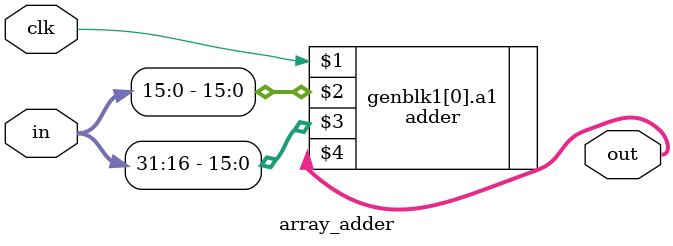
<source format=v>
module array_adder #(parameter N=2)(clk, in, out);

input [16*N-1:0] in;
input clk;
output  [8*N-1:0] out;

genvar i;

	generate 
   		for (i = 0; i < 16*N; i = i + 32) 
		begin
			adder #(16) a1 (clk, in[i+15:i], in[i+31:i+16], out[((i+32)/2)-1:((i+32)/2)-16]);
   		end 
	endgenerate	

endmodule

</source>
